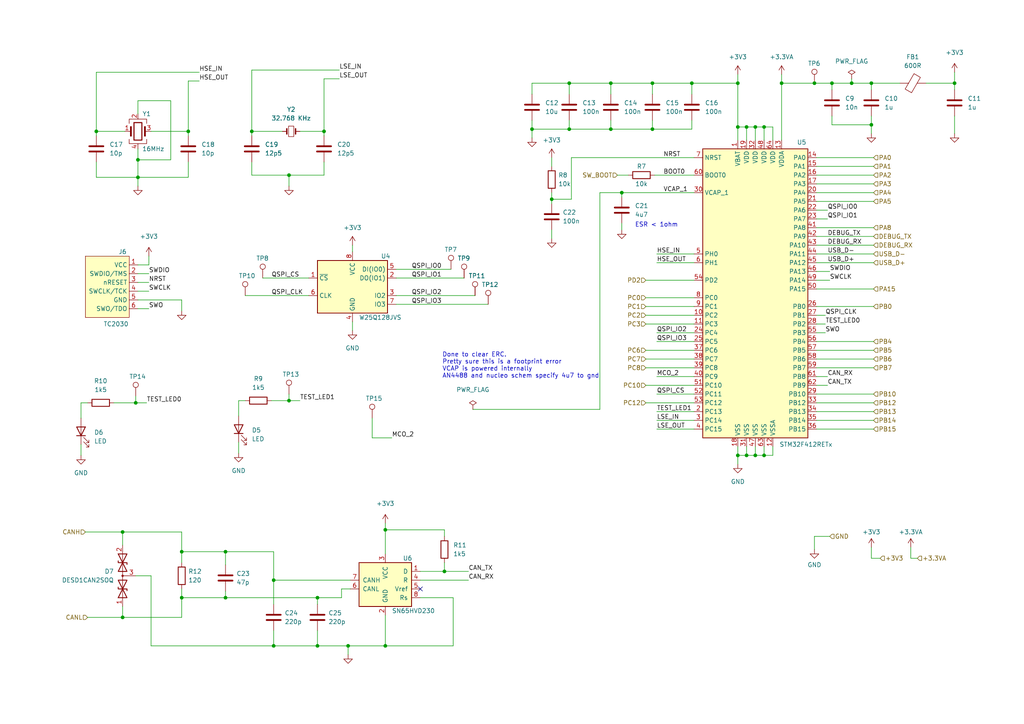
<source format=kicad_sch>
(kicad_sch (version 20211123) (generator eeschema)
  (paper "A4")
  (lib_symbols
    (symbol "Connector:TestPoint" (pin_numbers hide) (pin_names (offset 0.762) hide)
      (property "Reference" "TP" (at 0 6.858 0))
      (property "Value" "TestPoint" (at 0 5.08 0))
      (symbol "TestPoint_0_1"
        (circle (center 0 3.302) (radius 0.762))
      )
      (symbol "TestPoint_1_1"
        (pin passive line (at 0 0 90) (length 2.54) (name "1") (number "1"))
      )
    )
    (symbol "Device:C" (pin_numbers hide) (pin_names (offset 0.254))
      (property "Reference" "C" (at 0.635 2.54 0))
      (property "Value" "C" (at 0.635 -2.54 0))
      (symbol "C_0_1"
        (polyline (pts (xy -2.032 -0.762) (xy 2.032 -0.762)) (stroke (width 0.508)))
        (polyline (pts (xy -2.032 0.762) (xy 2.032 0.762)) (stroke (width 0.508)))
      )
      (symbol "C_1_1"
        (pin passive line (at 0 3.81 270) (length 2.794) (name "~") (number "1"))
        (pin passive line (at 0 -3.81 90) (length 2.794) (name "~") (number "2"))
      )
    )
    (symbol "Device:Crystal_GND24" (pin_names (offset 1.016) hide)
      (property "Reference" "Y" (at 3.175 5.08 0))
      (property "Value" "Crystal_GND24" (at 3.175 3.175 0))
      (symbol "Crystal_GND24_0_1"
        (rectangle (start -1.143 2.54) (end 1.143 -2.54) (stroke (width 0.3048)))
        (polyline (pts (xy -2.54 0) (xy -2.032 0)))
        (polyline (pts (xy -2.032 -1.27) (xy -2.032 1.27)) (stroke (width 0.508)))
        (polyline (pts (xy 0 -3.81) (xy 0 -3.556)))
        (polyline (pts (xy 0 3.556) (xy 0 3.81)))
        (polyline (pts (xy 2.032 -1.27) (xy 2.032 1.27)) (stroke (width 0.508)))
        (polyline (pts (xy 2.032 0) (xy 2.54 0)))
        (polyline (pts (xy -2.54 -2.286) (xy -2.54 -3.556) (xy 2.54 -3.556) (xy 2.54 -2.286)))
        (polyline (pts (xy -2.54 2.286) (xy -2.54 3.556) (xy 2.54 3.556) (xy 2.54 2.286)))
      )
      (symbol "Crystal_GND24_1_1"
        (pin passive line (at -3.81 0 0) (length 1.27) (name "1") (number "1"))
        (pin passive line (at 0 5.08 270) (length 1.27) (name "2") (number "2"))
        (pin passive line (at 3.81 0 180) (length 1.27) (name "3") (number "3"))
        (pin passive line (at 0 -5.08 90) (length 1.27) (name "4") (number "4"))
      )
    )
    (symbol "Device:Crystal_Small" (pin_numbers hide) (pin_names (offset 1.016) hide)
      (property "Reference" "Y" (at 0 2.54 0))
      (property "Value" "Crystal_Small" (at 0 -2.54 0))
      (symbol "Crystal_Small_0_1"
        (rectangle (start -0.762 -1.524) (end 0.762 1.524))
        (polyline (pts (xy -1.27 -0.762) (xy -1.27 0.762)) (stroke (width 0.381)))
        (polyline (pts (xy 1.27 -0.762) (xy 1.27 0.762)) (stroke (width 0.381)))
      )
      (symbol "Crystal_Small_1_1"
        (pin passive line (at -2.54 0 0) (length 1.27) (name "1") (number "1"))
        (pin passive line (at 2.54 0 180) (length 1.27) (name "2") (number "2"))
      )
    )
    (symbol "Device:D_TVS_Dual_AAC" (pin_names (offset 1.016) hide)
      (property "Reference" "D" (at 0 4.445 0))
      (property "Value" "D_TVS_Dual_AAC" (at 0 2.54 0))
      (symbol "D_TVS_Dual_AAC_0_0"
        (polyline (pts (xy 0 -1.27) (xy 0 0)))
      )
      (symbol "D_TVS_Dual_AAC_0_1"
        (polyline (pts (xy -6.35 0) (xy 6.35 0)))
        (polyline (pts (xy -3.302 1.27) (xy -3.81 1.27) (xy -3.81 -1.27) (xy -4.318 -1.27)) (stroke (width 0.254)))
        (polyline (pts (xy 4.318 1.27) (xy 3.81 1.27) (xy 3.81 -1.27) (xy 3.302 -1.27)) (stroke (width 0.254)))
        (polyline (pts (xy -6.35 1.27) (xy -1.27 -1.27) (xy -1.27 1.27) (xy -6.35 -1.27) (xy -6.35 1.27)) (stroke (width 0.254)))
        (polyline (pts (xy 6.35 1.27) (xy 1.27 -1.27) (xy 1.27 1.27) (xy 6.35 -1.27) (xy 6.35 1.27)) (stroke (width 0.254)))
        (circle (center 0 0) (radius 0.254) (fill (type outline)))
      )
      (symbol "D_TVS_Dual_AAC_1_1"
        (pin passive line (at -8.89 0 0) (length 2.54) (name "A1") (number "1"))
        (pin passive line (at 8.89 0 180) (length 2.54) (name "A2") (number "2"))
        (pin input line (at 0 -3.81 90) (length 2.54) (name "common") (number "3"))
      )
    )
    (symbol "Device:FerriteBead" (pin_numbers hide) (pin_names (offset 0))
      (property "Reference" "FB" (at -3.81 0.635 90))
      (property "Value" "FerriteBead" (at 3.81 0 90))
      (symbol "FerriteBead_0_1"
        (polyline (pts (xy 0 -1.27) (xy 0 -1.2192)))
        (polyline (pts (xy 0 1.27) (xy 0 1.2954)))
        (polyline (pts (xy -2.7686 0.4064) (xy -1.7018 2.2606) (xy 2.7686 -0.3048) (xy 1.6764 -2.159) (xy -2.7686 0.4064)))
      )
      (symbol "FerriteBead_1_1"
        (pin passive line (at 0 3.81 270) (length 2.54) (name "~") (number "1"))
        (pin passive line (at 0 -3.81 90) (length 2.54) (name "~") (number "2"))
      )
    )
    (symbol "Device:LED" (pin_numbers hide) (pin_names (offset 1.016) hide)
      (property "Reference" "D" (at 0 2.54 0))
      (property "Value" "LED" (at 0 -2.54 0))
      (symbol "LED_0_1"
        (polyline (pts (xy -1.27 -1.27) (xy -1.27 1.27)) (stroke (width 0.254)))
        (polyline (pts (xy -1.27 0) (xy 1.27 0)))
        (polyline (pts (xy 1.27 -1.27) (xy 1.27 1.27) (xy -1.27 0) (xy 1.27 -1.27)) (stroke (width 0.254)))
        (polyline (pts (xy -3.048 -0.762) (xy -4.572 -2.286) (xy -3.81 -2.286) (xy -4.572 -2.286) (xy -4.572 -1.524)))
        (polyline (pts (xy -1.778 -0.762) (xy -3.302 -2.286) (xy -2.54 -2.286) (xy -3.302 -2.286) (xy -3.302 -1.524)))
      )
      (symbol "LED_1_1"
        (pin passive line (at -3.81 0 0) (length 2.54) (name "K") (number "1"))
        (pin passive line (at 3.81 0 180) (length 2.54) (name "A") (number "2"))
      )
    )
    (symbol "Device:R" (pin_numbers hide) (pin_names (offset 0))
      (property "Reference" "R" (at 2.032 0 90))
      (property "Value" "R" (at 0 0 90))
      (symbol "R_0_1"
        (rectangle (start -1.016 -2.54) (end 1.016 2.54) (stroke (width 0.254)))
      )
      (symbol "R_1_1"
        (pin passive line (at 0 3.81 270) (length 1.27) (name "~") (number "1"))
        (pin passive line (at 0 -3.81 90) (length 1.27) (name "~") (number "2"))
      )
    )
    (symbol "Interface_CAN_LIN:SN65HVD230" (pin_names (offset 1.016))
      (property "Reference" "U" (at -2.54 10.16 0))
      (property "Value" "SN65HVD230" (at -2.54 7.62 0))
      (symbol "SN65HVD230_0_1"
        (rectangle (start -7.62 5.08) (end 7.62 -7.62) (stroke (width 0.254)) (fill (type background)))
      )
      (symbol "SN65HVD230_1_1"
        (pin input line (at -10.16 2.54 0) (length 2.54) (name "D") (number "1"))
        (pin power_in line (at 0 -10.16 90) (length 2.54) (name "GND") (number "2"))
        (pin power_in line (at 0 7.62 270) (length 2.54) (name "VCC") (number "3"))
        (pin output line (at -10.16 0 0) (length 2.54) (name "R") (number "4"))
        (pin output line (at -10.16 -2.54 0) (length 2.54) (name "Vref") (number "5"))
        (pin bidirectional line (at 10.16 -2.54 180) (length 2.54) (name "CANL") (number "6"))
        (pin bidirectional line (at 10.16 0 180) (length 2.54) (name "CANH") (number "7"))
        (pin input line (at -10.16 -5.08 0) (length 2.54) (name "Rs") (number "8"))
      )
    )
    (symbol "MCU_ST_STM32F4:STM32F412RETx"
      (property "Reference" "U" (at -15.24 41.91 0))
      (property "Value" "STM32F412RETx" (at 10.16 41.91 0))
      (symbol "STM32F412RETx_0_1"
        (rectangle (start -15.24 -43.18) (end 15.24 40.64) (stroke (width 0.254)) (fill (type background)))
      )
      (symbol "STM32F412RETx_1_1"
        (pin power_in line (at -5.08 43.18 270) (length 2.54) (name "VBAT") (number "1"))
        (pin bidirectional line (at -17.78 -7.62 0) (length 2.54) (name "PC2") (number "10"))
        (pin bidirectional line (at -17.78 -10.16 0) (length 2.54) (name "PC3") (number "11"))
        (pin power_in line (at 5.08 -45.72 90) (length 2.54) (name "VSSA") (number "12"))
        (pin power_in line (at 7.62 43.18 270) (length 2.54) (name "VDDA") (number "13"))
        (pin bidirectional line (at 17.78 38.1 180) (length 2.54) (name "PA0") (number "14"))
        (pin bidirectional line (at 17.78 35.56 180) (length 2.54) (name "PA1") (number "15"))
        (pin bidirectional line (at 17.78 33.02 180) (length 2.54) (name "PA2") (number "16"))
        (pin bidirectional line (at 17.78 30.48 180) (length 2.54) (name "PA3") (number "17"))
        (pin power_in line (at -5.08 -45.72 90) (length 2.54) (name "VSS") (number "18"))
        (pin power_in line (at -2.54 43.18 270) (length 2.54) (name "VDD") (number "19"))
        (pin bidirectional line (at -17.78 -35.56 0) (length 2.54) (name "PC13") (number "2"))
        (pin bidirectional line (at 17.78 27.94 180) (length 2.54) (name "PA4") (number "20"))
        (pin bidirectional line (at 17.78 25.4 180) (length 2.54) (name "PA5") (number "21"))
        (pin bidirectional line (at 17.78 22.86 180) (length 2.54) (name "PA6") (number "22"))
        (pin bidirectional line (at 17.78 20.32 180) (length 2.54) (name "PA7") (number "23"))
        (pin bidirectional line (at -17.78 -12.7 0) (length 2.54) (name "PC4") (number "24"))
        (pin bidirectional line (at -17.78 -15.24 0) (length 2.54) (name "PC5") (number "25"))
        (pin bidirectional line (at 17.78 -5.08 180) (length 2.54) (name "PB0") (number "26"))
        (pin bidirectional line (at 17.78 -7.62 180) (length 2.54) (name "PB1") (number "27"))
        (pin bidirectional line (at 17.78 -10.16 180) (length 2.54) (name "PB2") (number "28"))
        (pin bidirectional line (at 17.78 -30.48 180) (length 2.54) (name "PB10") (number "29"))
        (pin bidirectional line (at -17.78 -38.1 0) (length 2.54) (name "PC14") (number "3"))
        (pin power_in line (at -17.78 27.94 0) (length 2.54) (name "VCAP_1") (number "30"))
        (pin power_in line (at -2.54 -45.72 90) (length 2.54) (name "VSS") (number "31"))
        (pin power_in line (at 0 43.18 270) (length 2.54) (name "VDD") (number "32"))
        (pin bidirectional line (at 17.78 -33.02 180) (length 2.54) (name "PB12") (number "33"))
        (pin bidirectional line (at 17.78 -35.56 180) (length 2.54) (name "PB13") (number "34"))
        (pin bidirectional line (at 17.78 -38.1 180) (length 2.54) (name "PB14") (number "35"))
        (pin bidirectional line (at 17.78 -40.64 180) (length 2.54) (name "PB15") (number "36"))
        (pin bidirectional line (at -17.78 -17.78 0) (length 2.54) (name "PC6") (number "37"))
        (pin bidirectional line (at -17.78 -20.32 0) (length 2.54) (name "PC7") (number "38"))
        (pin bidirectional line (at -17.78 -22.86 0) (length 2.54) (name "PC8") (number "39"))
        (pin bidirectional line (at -17.78 -40.64 0) (length 2.54) (name "PC15") (number "4"))
        (pin bidirectional line (at -17.78 -25.4 0) (length 2.54) (name "PC9") (number "40"))
        (pin bidirectional line (at 17.78 17.78 180) (length 2.54) (name "PA8") (number "41"))
        (pin bidirectional line (at 17.78 15.24 180) (length 2.54) (name "PA9") (number "42"))
        (pin bidirectional line (at 17.78 12.7 180) (length 2.54) (name "PA10") (number "43"))
        (pin bidirectional line (at 17.78 10.16 180) (length 2.54) (name "PA11") (number "44"))
        (pin bidirectional line (at 17.78 7.62 180) (length 2.54) (name "PA12") (number "45"))
        (pin bidirectional line (at 17.78 5.08 180) (length 2.54) (name "PA13") (number "46"))
        (pin power_in line (at 0 -45.72 90) (length 2.54) (name "VSS") (number "47"))
        (pin power_in line (at 2.54 43.18 270) (length 2.54) (name "VDD") (number "48"))
        (pin bidirectional line (at 17.78 2.54 180) (length 2.54) (name "PA14") (number "49"))
        (pin input line (at -17.78 10.16 0) (length 2.54) (name "PH0") (number "5"))
        (pin bidirectional line (at 17.78 0 180) (length 2.54) (name "PA15") (number "50"))
        (pin bidirectional line (at -17.78 -27.94 0) (length 2.54) (name "PC10") (number "51"))
        (pin bidirectional line (at -17.78 -30.48 0) (length 2.54) (name "PC11") (number "52"))
        (pin bidirectional line (at -17.78 -33.02 0) (length 2.54) (name "PC12") (number "53"))
        (pin bidirectional line (at -17.78 2.54 0) (length 2.54) (name "PD2") (number "54"))
        (pin bidirectional line (at 17.78 -12.7 180) (length 2.54) (name "PB3") (number "55"))
        (pin bidirectional line (at 17.78 -15.24 180) (length 2.54) (name "PB4") (number "56"))
        (pin bidirectional line (at 17.78 -17.78 180) (length 2.54) (name "PB5") (number "57"))
        (pin bidirectional line (at 17.78 -20.32 180) (length 2.54) (name "PB6") (number "58"))
        (pin bidirectional line (at 17.78 -22.86 180) (length 2.54) (name "PB7") (number "59"))
        (pin input line (at -17.78 7.62 0) (length 2.54) (name "PH1") (number "6"))
        (pin input line (at -17.78 33.02 0) (length 2.54) (name "BOOT0") (number "60"))
        (pin bidirectional line (at 17.78 -25.4 180) (length 2.54) (name "PB8") (number "61"))
        (pin bidirectional line (at 17.78 -27.94 180) (length 2.54) (name "PB9") (number "62"))
        (pin power_in line (at 2.54 -45.72 90) (length 2.54) (name "VSS") (number "63"))
        (pin power_in line (at 5.08 43.18 270) (length 2.54) (name "VDD") (number "64"))
        (pin input line (at -17.78 38.1 0) (length 2.54) (name "NRST") (number "7"))
        (pin bidirectional line (at -17.78 -2.54 0) (length 2.54) (name "PC0") (number "8"))
        (pin bidirectional line (at -17.78 -5.08 0) (length 2.54) (name "PC1") (number "9"))
      )
    )
    (symbol "Memory_Flash:W25Q128JVS"
      (property "Reference" "U" (at -8.89 8.89 0))
      (property "Value" "W25Q128JVS" (at 7.62 8.89 0))
      (symbol "W25Q128JVS_0_1"
        (rectangle (start -10.16 7.62) (end 10.16 -7.62) (stroke (width 0.254)) (fill (type background)))
      )
      (symbol "W25Q128JVS_1_1"
        (pin input line (at -12.7 2.54 0) (length 2.54) (name "~{CS}") (number "1"))
        (pin bidirectional line (at 12.7 2.54 180) (length 2.54) (name "DO(IO1)") (number "2"))
        (pin bidirectional line (at 12.7 -2.54 180) (length 2.54) (name "IO2") (number "3"))
        (pin power_in line (at 0 -10.16 90) (length 2.54) (name "GND") (number "4"))
        (pin bidirectional line (at 12.7 5.08 180) (length 2.54) (name "DI(IO0)") (number "5"))
        (pin input line (at -12.7 -2.54 0) (length 2.54) (name "CLK") (number "6"))
        (pin bidirectional line (at 12.7 -5.08 180) (length 2.54) (name "IO3") (number "7"))
        (pin power_in line (at 0 10.16 270) (length 2.54) (name "VCC") (number "8"))
      )
    )
    (symbol "midi-library:TC2030"
      (property "Reference" "J" (at 5.08 -1.27 0))
      (property "Value" "TC2030" (at 3.81 -21.59 0))
      (symbol "TC2030_0_1"
        (rectangle (start -5.08 -2.54) (end 7.62 -20.32) (fill (type background)))
      )
      (symbol "TC2030_1_1"
        (pin power_in line (at -7.62 -5.08 0) (length 2.54) (name "VCC") (number "1"))
        (pin passive line (at -7.62 -7.62 0) (length 2.54) (name "SWDIO/TMS") (number "2"))
        (pin passive line (at -7.62 -10.16 0) (length 2.54) (name "nRESET") (number "3"))
        (pin passive line (at -7.62 -12.7 0) (length 2.54) (name "SWCLK/TCK") (number "4"))
        (pin passive line (at -7.62 -15.24 0) (length 2.54) (name "GND") (number "5"))
        (pin passive line (at -7.62 -17.78 0) (length 2.54) (name "SWO/TDO") (number "6"))
      )
    )
    (symbol "power:+3.3VA" (power) (pin_names (offset 0))
      (property "Value" "+3.3VA" (at 0 3.556 0))
      (symbol "+3.3VA_0_1"
        (polyline (pts (xy -0.762 1.27) (xy 0 2.54)))
        (polyline (pts (xy 0 0) (xy 0 2.54)))
        (polyline (pts (xy 0 2.54) (xy 0.762 1.27)))
      )
      (symbol "+3.3VA_1_1"
        (pin power_in line (at 0 0 90) (length 0) hide (name "+3.3VA") (number "1"))
      )
    )
    (symbol "power:+3V3" (power) (pin_names (offset 0))
      (property "Value" "+3V3" (at 0 3.556 0))
      (symbol "+3V3_0_1"
        (polyline (pts (xy -0.762 1.27) (xy 0 2.54)))
        (polyline (pts (xy 0 0) (xy 0 2.54)))
        (polyline (pts (xy 0 2.54) (xy 0.762 1.27)))
      )
      (symbol "+3V3_1_1"
        (pin power_in line (at 0 0 90) (length 0) hide (name "+3V3") (number "1"))
      )
    )
    (symbol "power:GND" (power) (pin_names (offset 0))
      (property "Value" "GND" (at 0 -3.81 0))
      (symbol "GND_0_1"
        (polyline (pts (xy 0 0) (xy 0 -1.27) (xy 1.27 -1.27) (xy 0 -2.54) (xy -1.27 -1.27) (xy 0 -1.27)))
      )
      (symbol "GND_1_1"
        (pin power_in line (at 0 0 270) (length 0) hide (name "GND") (number "1"))
      )
    )
    (symbol "power:PWR_FLAG" (power) (pin_numbers hide) (pin_names (offset 0) hide)
      (property "Value" "PWR_FLAG" (at 0 3.81 0))
      (symbol "PWR_FLAG_0_0"
        (pin power_out line (at 0 0 90) (length 0) (name "pwr") (number "1"))
      )
      (symbol "PWR_FLAG_0_1"
        (polyline (pts (xy 0 0) (xy 0 1.27) (xy -1.016 1.905) (xy 0 2.54) (xy 1.016 1.905) (xy 0 1.27)))
      )
    )
  )
  (junction (at 52.705 173.355))
  (junction (at 189.23 24.13))
  (junction (at 219.075 132.08))
  (junction (at 40.005 51.435))
  (junction (at 54.61 38.1))
  (junction (at 128.905 165.735))
  (junction (at 165.1 24.13))
  (junction (at 27.94 38.1))
  (junction (at 252.73 36.195))
  (junction (at 221.615 36.83))
  (junction (at 35.56 154.305))
  (junction (at 252.73 24.13))
  (junction (at 276.86 24.13))
  (junction (at 83.82 116.205))
  (junction (at 160.02 57.785))
  (junction (at 154.305 37.465))
  (junction (at 213.995 36.83))
  (junction (at 79.375 168.275))
  (junction (at 180.34 55.88))
  (junction (at 83.82 50.8))
  (junction (at 177.165 37.465))
  (junction (at 35.56 179.07))
  (junction (at 236.22 24.13))
  (junction (at 216.535 132.08))
  (junction (at 226.695 24.13))
  (junction (at 65.405 160.02))
  (junction (at 200.66 24.13))
  (junction (at 92.075 187.325))
  (junction (at 216.535 36.83))
  (junction (at 189.23 37.465))
  (junction (at 100.965 187.325))
  (junction (at 165.1 37.465))
  (junction (at 73.025 38.1))
  (junction (at 221.615 132.08))
  (junction (at 39.37 116.84))
  (junction (at 40.005 46.355))
  (junction (at 92.075 173.355))
  (junction (at 219.075 36.83))
  (junction (at 52.705 160.02))
  (junction (at 247.015 24.13))
  (junction (at 241.3 24.13))
  (junction (at 79.375 187.325))
  (junction (at 111.76 187.325))
  (junction (at 213.995 24.13))
  (junction (at 213.995 132.08))
  (junction (at 111.76 153.67))
  (junction (at 65.405 173.355))
  (junction (at 177.165 24.13))
  (junction (at 93.98 38.1))
  (no_connect (at 121.92 170.815))
  (wire (pts (xy 121.92 173.355) (xy 131.445 173.355)))
  (wire (pts (xy 187.325 104.14) (xy 201.295 104.14)))
  (wire (pts (xy 52.705 90.17) (xy 52.705 86.995)))
  (wire (pts (xy 173.99 55.88) (xy 180.34 55.88)))
  (wire (pts (xy 177.165 34.925) (xy 177.165 37.465)))
  (wire (pts (xy 221.615 36.83) (xy 219.075 36.83)))
  (wire (pts (xy 40.005 89.535) (xy 43.18 89.535)))
  (wire (pts (xy 69.215 128.27) (xy 69.215 131.445)))
  (wire (pts (xy 52.705 179.07) (xy 35.56 179.07)))
  (wire (pts (xy 40.005 79.375) (xy 43.18 79.375)))
  (wire (pts (xy 236.855 119.38) (xy 253.365 119.38)))
  (wire (pts (xy 177.165 37.465) (xy 165.1 37.465)))
  (wire (pts (xy 236.855 76.2) (xy 253.365 76.2)))
  (wire (pts (xy 255.27 161.925) (xy 252.73 161.925)))
  (wire (pts (xy 200.66 37.465) (xy 189.23 37.465)))
  (wire (pts (xy 224.155 132.08) (xy 224.155 129.54)))
  (wire (pts (xy 101.6 168.275) (xy 79.375 168.275)))
  (wire (pts (xy 219.075 129.54) (xy 219.075 132.08)))
  (wire (pts (xy 247.015 24.13) (xy 252.73 24.13)))
  (wire (pts (xy 111.76 153.67) (xy 128.905 153.67)))
  (wire (pts (xy 180.34 55.88) (xy 201.295 55.88)))
  (wire (pts (xy 190.5 124.46) (xy 201.295 124.46)))
  (wire (pts (xy 39.37 116.84) (xy 39.37 114.935)))
  (wire (pts (xy 154.305 37.465) (xy 154.305 40.005)))
  (wire (pts (xy 226.695 40.64) (xy 226.695 24.13)))
  (wire (pts (xy 100.965 187.325) (xy 100.965 189.865)))
  (wire (pts (xy 107.95 121.285) (xy 107.95 127)))
  (wire (pts (xy 69.215 116.205) (xy 71.12 116.205)))
  (wire (pts (xy 189.23 34.925) (xy 189.23 37.465)))
  (wire (pts (xy 78.74 116.205) (xy 83.82 116.205)))
  (wire (pts (xy 189.865 50.8) (xy 201.295 50.8)))
  (wire (pts (xy 236.22 159.385) (xy 236.22 155.575)))
  (wire (pts (xy 252.73 36.195) (xy 252.73 33.655)))
  (wire (pts (xy 160.02 55.88) (xy 160.02 57.785)))
  (wire (pts (xy 187.325 88.9) (xy 201.295 88.9)))
  (wire (pts (xy 114.935 88.265) (xy 141.605 88.265)))
  (wire (pts (xy 100.965 187.325) (xy 111.76 187.325)))
  (wire (pts (xy 200.66 34.925) (xy 200.66 37.465)))
  (wire (pts (xy 236.855 121.92) (xy 253.365 121.92)))
  (wire (pts (xy 52.705 173.355) (xy 52.705 170.815)))
  (wire (pts (xy 111.76 151.765) (xy 111.76 153.67)))
  (wire (pts (xy 187.325 106.68) (xy 201.295 106.68)))
  (wire (pts (xy 173.99 55.88) (xy 173.99 118.745)))
  (wire (pts (xy 213.995 129.54) (xy 213.995 132.08)))
  (wire (pts (xy 57.785 23.495) (xy 54.61 23.495)))
  (wire (pts (xy 43.18 74.295) (xy 43.18 76.835)))
  (wire (pts (xy 236.855 106.68) (xy 253.365 106.68)))
  (wire (pts (xy 221.615 132.08) (xy 224.155 132.08)))
  (wire (pts (xy 39.37 116.84) (xy 42.545 116.84)))
  (wire (pts (xy 200.66 24.13) (xy 189.23 24.13)))
  (wire (pts (xy 189.23 37.465) (xy 177.165 37.465)))
  (wire (pts (xy 187.325 93.98) (xy 201.295 93.98)))
  (wire (pts (xy 241.3 33.655) (xy 241.3 36.195)))
  (wire (pts (xy 236.855 81.28) (xy 240.665 81.28)))
  (wire (pts (xy 128.905 155.575) (xy 128.905 153.67)))
  (wire (pts (xy 52.705 154.305) (xy 52.705 160.02)))
  (wire (pts (xy 236.855 63.5) (xy 240.03 63.5)))
  (wire (pts (xy 276.86 33.655) (xy 276.86 38.735)))
  (wire (pts (xy 236.855 78.74) (xy 240.665 78.74)))
  (wire (pts (xy 111.76 187.325) (xy 111.76 178.435)))
  (wire (pts (xy 52.705 160.02) (xy 52.705 163.195)))
  (wire (pts (xy 24.765 154.305) (xy 35.56 154.305)))
  (wire (pts (xy 213.995 24.13) (xy 200.66 24.13)))
  (wire (pts (xy 65.405 173.355) (xy 65.405 171.45)))
  (wire (pts (xy 236.855 116.84) (xy 253.365 116.84)))
  (wire (pts (xy 93.98 38.1) (xy 93.98 39.37)))
  (wire (pts (xy 160.02 66.675) (xy 160.02 69.215)))
  (wire (pts (xy 236.855 104.14) (xy 253.365 104.14)))
  (wire (pts (xy 213.995 21.59) (xy 213.995 24.13)))
  (wire (pts (xy 264.16 161.925) (xy 266.065 161.925)))
  (wire (pts (xy 92.075 182.88) (xy 92.075 187.325)))
  (wire (pts (xy 40.005 81.915) (xy 43.18 81.915)))
  (wire (pts (xy 54.61 51.435) (xy 54.61 46.99)))
  (wire (pts (xy 165.735 45.72) (xy 165.735 57.785)))
  (wire (pts (xy 73.025 39.37) (xy 73.025 38.1)))
  (wire (pts (xy 52.705 173.355) (xy 52.705 179.07)))
  (wire (pts (xy 213.995 132.08) (xy 216.535 132.08)))
  (wire (pts (xy 99.06 170.815) (xy 99.06 173.355)))
  (wire (pts (xy 179.07 50.8) (xy 182.245 50.8)))
  (wire (pts (xy 216.535 132.08) (xy 219.075 132.08)))
  (wire (pts (xy 236.855 109.22) (xy 240.03 109.22)))
  (wire (pts (xy 252.73 161.925) (xy 252.73 158.75)))
  (wire (pts (xy 27.94 38.1) (xy 27.94 39.37)))
  (wire (pts (xy 111.76 153.67) (xy 111.76 160.655)))
  (wire (pts (xy 236.855 66.04) (xy 253.365 66.04)))
  (wire (pts (xy 23.495 128.905) (xy 23.495 132.08)))
  (wire (pts (xy 128.905 163.195) (xy 128.905 165.735)))
  (wire (pts (xy 52.705 86.995) (xy 40.005 86.995)))
  (wire (pts (xy 236.855 71.12) (xy 253.365 71.12)))
  (wire (pts (xy 114.935 80.645) (xy 134.62 80.645)))
  (wire (pts (xy 216.535 40.64) (xy 216.535 36.83)))
  (wire (pts (xy 190.5 73.66) (xy 201.295 73.66)))
  (wire (pts (xy 241.3 24.13) (xy 241.3 26.035)))
  (wire (pts (xy 276.86 20.955) (xy 276.86 24.13)))
  (wire (pts (xy 27.94 51.435) (xy 40.005 51.435)))
  (wire (pts (xy 241.3 24.13) (xy 247.015 24.13)))
  (wire (pts (xy 83.82 53.975) (xy 83.82 50.8)))
  (wire (pts (xy 236.855 50.8) (xy 253.365 50.8)))
  (wire (pts (xy 236.855 124.46) (xy 253.365 124.46)))
  (wire (pts (xy 92.075 173.355) (xy 65.405 173.355)))
  (wire (pts (xy 23.495 116.84) (xy 25.4 116.84)))
  (wire (pts (xy 40.005 33.02) (xy 40.005 29.21)))
  (wire (pts (xy 73.025 50.8) (xy 83.82 50.8)))
  (wire (pts (xy 190.5 76.2) (xy 201.295 76.2)))
  (wire (pts (xy 25.4 179.07) (xy 35.56 179.07)))
  (wire (pts (xy 65.405 160.02) (xy 65.405 163.83)))
  (wire (pts (xy 236.855 60.96) (xy 240.03 60.96)))
  (wire (pts (xy 71.12 85.725) (xy 89.535 85.725)))
  (wire (pts (xy 224.155 36.83) (xy 221.615 36.83)))
  (wire (pts (xy 23.495 121.285) (xy 23.495 116.84)))
  (wire (pts (xy 187.325 116.84) (xy 201.295 116.84)))
  (wire (pts (xy 180.34 64.77) (xy 180.34 66.675)))
  (wire (pts (xy 236.855 83.82) (xy 253.365 83.82)))
  (wire (pts (xy 86.995 38.1) (xy 93.98 38.1)))
  (wire (pts (xy 219.075 40.64) (xy 219.075 36.83)))
  (wire (pts (xy 36.195 38.1) (xy 27.94 38.1)))
  (wire (pts (xy 101.6 170.815) (xy 99.06 170.815)))
  (wire (pts (xy 43.18 76.835) (xy 40.005 76.835)))
  (wire (pts (xy 216.535 129.54) (xy 216.535 132.08)))
  (wire (pts (xy 252.73 24.13) (xy 252.73 26.035)))
  (wire (pts (xy 165.735 45.72) (xy 201.295 45.72)))
  (wire (pts (xy 40.005 46.355) (xy 40.005 43.18)))
  (wire (pts (xy 165.1 24.13) (xy 165.1 27.305)))
  (wire (pts (xy 154.305 37.465) (xy 154.305 34.925)))
  (wire (pts (xy 236.855 53.34) (xy 253.365 53.34)))
  (wire (pts (xy 73.025 38.1) (xy 81.915 38.1)))
  (wire (pts (xy 76.2 80.645) (xy 89.535 80.645)))
  (wire (pts (xy 165.1 24.13) (xy 154.305 24.13)))
  (wire (pts (xy 93.98 22.86) (xy 98.425 22.86)))
  (wire (pts (xy 241.3 36.195) (xy 252.73 36.195)))
  (wire (pts (xy 73.025 38.1) (xy 73.025 20.32)))
  (wire (pts (xy 92.075 173.355) (xy 99.06 173.355)))
  (wire (pts (xy 154.305 24.13) (xy 154.305 27.305)))
  (wire (pts (xy 131.445 173.355) (xy 131.445 187.325)))
  (wire (pts (xy 40.005 51.435) (xy 40.005 53.975)))
  (wire (pts (xy 221.615 40.64) (xy 221.615 36.83)))
  (wire (pts (xy 92.075 187.325) (xy 100.965 187.325)))
  (wire (pts (xy 268.605 24.13) (xy 276.86 24.13)))
  (wire (pts (xy 236.855 45.72) (xy 253.365 45.72)))
  (wire (pts (xy 190.5 99.06) (xy 201.295 99.06)))
  (wire (pts (xy 226.695 24.13) (xy 236.22 24.13)))
  (wire (pts (xy 79.375 160.02) (xy 65.405 160.02)))
  (wire (pts (xy 93.98 50.8) (xy 93.98 46.99)))
  (wire (pts (xy 33.02 116.84) (xy 39.37 116.84)))
  (wire (pts (xy 102.235 93.345) (xy 102.235 95.885)))
  (wire (pts (xy 49.53 29.21) (xy 49.53 46.355)))
  (wire (pts (xy 43.815 187.325) (xy 79.375 187.325)))
  (wire (pts (xy 187.325 111.76) (xy 201.295 111.76)))
  (wire (pts (xy 79.375 168.275) (xy 79.375 175.26)))
  (wire (pts (xy 131.445 187.325) (xy 111.76 187.325)))
  (wire (pts (xy 79.375 182.88) (xy 79.375 187.325)))
  (wire (pts (xy 40.005 46.355) (xy 40.005 51.435)))
  (wire (pts (xy 40.005 84.455) (xy 43.18 84.455)))
  (wire (pts (xy 83.82 116.205) (xy 86.995 116.205)))
  (wire (pts (xy 43.815 167.005) (xy 43.815 187.325)))
  (wire (pts (xy 236.855 73.66) (xy 253.365 73.66)))
  (wire (pts (xy 187.325 101.6) (xy 201.295 101.6)))
  (wire (pts (xy 165.735 57.785) (xy 160.02 57.785)))
  (wire (pts (xy 187.325 91.44) (xy 201.295 91.44)))
  (wire (pts (xy 190.5 109.22) (xy 201.295 109.22)))
  (wire (pts (xy 54.61 38.1) (xy 43.815 38.1)))
  (wire (pts (xy 236.855 111.76) (xy 240.03 111.76)))
  (wire (pts (xy 236.855 114.3) (xy 253.365 114.3)))
  (wire (pts (xy 236.855 88.9) (xy 253.365 88.9)))
  (wire (pts (xy 190.5 119.38) (xy 201.295 119.38)))
  (wire (pts (xy 54.61 23.495) (xy 54.61 38.1)))
  (wire (pts (xy 180.34 57.15) (xy 180.34 55.88)))
  (wire (pts (xy 213.995 40.64) (xy 213.995 36.83)))
  (wire (pts (xy 264.16 158.75) (xy 264.16 161.925)))
  (wire (pts (xy 79.375 187.325) (xy 92.075 187.325)))
  (wire (pts (xy 128.905 165.735) (xy 135.89 165.735)))
  (wire (pts (xy 177.165 24.13) (xy 177.165 27.305)))
  (wire (pts (xy 121.92 168.275) (xy 135.89 168.275)))
  (wire (pts (xy 65.405 173.355) (xy 52.705 173.355)))
  (wire (pts (xy 236.855 68.58) (xy 253.365 68.58)))
  (wire (pts (xy 221.615 129.54) (xy 221.615 132.08)))
  (wire (pts (xy 219.075 132.08) (xy 221.615 132.08)))
  (wire (pts (xy 236.855 101.6) (xy 253.365 101.6)))
  (wire (pts (xy 236.855 99.06) (xy 253.365 99.06)))
  (wire (pts (xy 160.02 57.785) (xy 160.02 59.055)))
  (wire (pts (xy 65.405 160.02) (xy 52.705 160.02)))
  (wire (pts (xy 40.005 29.21) (xy 49.53 29.21)))
  (wire (pts (xy 27.94 46.99) (xy 27.94 51.435)))
  (wire (pts (xy 236.855 55.88) (xy 253.365 55.88)))
  (wire (pts (xy 190.5 96.52) (xy 201.295 96.52)))
  (wire (pts (xy 187.325 86.36) (xy 201.295 86.36)))
  (wire (pts (xy 92.075 175.26) (xy 92.075 173.355)))
  (wire (pts (xy 226.695 21.59) (xy 226.695 24.13)))
  (wire (pts (xy 35.56 154.305) (xy 52.705 154.305)))
  (wire (pts (xy 73.025 20.32) (xy 98.425 20.32)))
  (wire (pts (xy 236.855 48.26) (xy 253.365 48.26)))
  (wire (pts (xy 190.5 121.92) (xy 201.295 121.92)))
  (wire (pts (xy 27.94 38.1) (xy 27.94 20.955)))
  (wire (pts (xy 160.02 45.72) (xy 160.02 48.26)))
  (wire (pts (xy 224.155 40.64) (xy 224.155 36.83)))
  (wire (pts (xy 35.56 179.07) (xy 35.56 175.895)))
  (wire (pts (xy 200.66 24.13) (xy 200.66 27.305)))
  (wire (pts (xy 49.53 46.355) (xy 40.005 46.355)))
  (wire (pts (xy 121.92 165.735) (xy 128.905 165.735)))
  (wire (pts (xy 40.005 51.435) (xy 54.61 51.435)))
  (wire (pts (xy 83.82 116.205) (xy 83.82 114.3)))
  (wire (pts (xy 93.98 38.1) (xy 93.98 22.86)))
  (wire (pts (xy 54.61 39.37) (xy 54.61 38.1)))
  (wire (pts (xy 252.73 36.195) (xy 252.73 38.735)))
  (wire (pts (xy 236.22 24.13) (xy 241.3 24.13)))
  (wire (pts (xy 177.165 24.13) (xy 165.1 24.13)))
  (wire (pts (xy 73.025 46.99) (xy 73.025 50.8)))
  (wire (pts (xy 114.935 78.105) (xy 130.81 78.105)))
  (wire (pts (xy 83.82 50.8) (xy 93.98 50.8)))
  (wire (pts (xy 276.86 24.13) (xy 276.86 26.035)))
  (wire (pts (xy 79.375 168.275) (xy 79.375 160.02)))
  (wire (pts (xy 236.855 58.42) (xy 253.365 58.42)))
  (wire (pts (xy 107.95 127) (xy 113.665 127)))
  (wire (pts (xy 213.995 132.08) (xy 213.995 134.62)))
  (wire (pts (xy 236.855 91.44) (xy 239.395 91.44)))
  (wire (pts (xy 69.215 120.65) (xy 69.215 116.205)))
  (wire (pts (xy 216.535 36.83) (xy 219.075 36.83)))
  (wire (pts (xy 213.995 36.83) (xy 213.995 24.13)))
  (wire (pts (xy 189.23 24.13) (xy 177.165 24.13)))
  (wire (pts (xy 114.935 85.725) (xy 137.795 85.725)))
  (wire (pts (xy 236.22 155.575) (xy 240.665 155.575)))
  (wire (pts (xy 102.235 71.12) (xy 102.235 73.025)))
  (wire (pts (xy 252.73 24.13) (xy 260.985 24.13)))
  (wire (pts (xy 247.015 22.86) (xy 247.015 24.13)))
  (wire (pts (xy 35.56 158.115) (xy 35.56 154.305)))
  (wire (pts (xy 165.1 37.465) (xy 154.305 37.465)))
  (wire (pts (xy 27.94 20.955) (xy 57.785 20.955)))
  (wire (pts (xy 236.855 96.52) (xy 239.395 96.52)))
  (wire (pts (xy 39.37 167.005) (xy 43.815 167.005)))
  (wire (pts (xy 187.325 81.28) (xy 201.295 81.28)))
  (wire (pts (xy 236.855 93.98) (xy 239.395 93.98)))
  (wire (pts (xy 173.99 118.745) (xy 137.16 118.745)))
  (wire (pts (xy 213.995 36.83) (xy 216.535 36.83)))
  (wire (pts (xy 189.23 24.13) (xy 189.23 27.305)))
  (wire (pts (xy 165.1 34.925) (xy 165.1 37.465)))
  (wire (pts (xy 190.5 114.3) (xy 201.295 114.3)))
  (text "Done to clear ERC.\nPretty sure this is a footprint error\nVCAP is powered internally\nAN4488 and nucleo schem specify 4u7 to gnd" (at 128.27 109.855 0) (effects (font (size 1.27 1.27)) (justify left bottom)))
  (text "ESR < 1ohm" (at 184.15 66.04 0) (effects (font (size 1.27 1.27)) (justify left bottom)))
  (label "MCO_2" (at 113.665 127 0))
  (label "QSPI_IO2" (at 190.5 96.52 0))
  (label "MCO_2" (at 190.5 109.22 0))
  (label "QSPI_IO1" (at 119.38 80.645 0))
  (label "NRST" (at 192.405 45.72 0))
  (label "DEBUG_TX" (at 240.03 68.58 0))
  (label "QSPI_IO3" (at 119.38 88.265 0))
  (label "VCAP_1" (at 192.405 55.88 0))
  (label "QSPI_CS" (at 190.5 114.3 0))
  (label "HSE_IN" (at 190.5 73.66 0))
  (label "HSE_OUT" (at 190.5 76.2 0))
  (label "QSPI_IO3" (at 190.5 99.06 0))
  (label "SWO" (at 43.18 89.535 0))
  (label "CAN_TX" (at 240.03 111.76 0))
  (label "TEST_LED1" (at 86.995 116.205 0))
  (label "CAN_TX" (at 135.89 165.735 0))
  (label "QSPI_IO1" (at 240.03 63.5 0))
  (label "HSE_OUT" (at 57.785 23.495 0))
  (label "SWDIO" (at 43.18 79.375 0))
  (label "TEST_LED0" (at 239.395 93.98 0))
  (label "CAN_RX" (at 135.89 168.275 0))
  (label "CAN_RX" (at 240.03 109.22 0))
  (label "LSE_IN" (at 190.5 121.92 0))
  (label "NRST" (at 43.18 81.915 0))
  (label "SWCLK" (at 240.665 81.28 0))
  (label "TEST_LED0" (at 42.545 116.84 0))
  (label "TEST_LED1" (at 190.5 119.38 0))
  (label "QSPI_IO0" (at 240.03 60.96 0))
  (label "QSPI_CS" (at 78.74 80.645 0))
  (label "QSPI_CLK" (at 78.74 85.725 0))
  (label "DEBUG_RX" (at 240.03 71.12 0))
  (label "SWO" (at 239.395 96.52 0))
  (label "HSE_IN" (at 57.785 20.955 0))
  (label "BOOT0" (at 192.405 50.8 0))
  (label "USB_D+" (at 240.03 76.2 0))
  (label "QSPI_CLK" (at 239.395 91.44 0))
  (label "LSE_IN" (at 98.425 20.32 0))
  (label "SWCLK" (at 43.18 84.455 0))
  (label "QSPI_IO2" (at 119.38 85.725 0))
  (label "QSPI_IO0" (at 119.38 78.105 0))
  (label "SWDIO" (at 240.665 78.74 0))
  (label "LSE_OUT" (at 190.5 124.46 0))
  (label "USB_D-" (at 240.03 73.66 0))
  (label "LSE_OUT" (at 98.425 22.86 0))
  (hierarchical_label "PB12" (shape input) (at 253.365 116.84 0))
  (hierarchical_label "PB7" (shape input) (at 253.365 106.68 0))
  (hierarchical_label "PA2" (shape input) (at 253.365 50.8 0))
  (hierarchical_label "USB_D-" (shape input) (at 253.365 73.66 0))
  (hierarchical_label "PA0" (shape input) (at 253.365 45.72 0))
  (hierarchical_label "PA3" (shape input) (at 253.365 53.34 0))
  (hierarchical_label "PB13" (shape input) (at 253.365 119.38 0))
  (hierarchical_label "PC0" (shape input) (at 187.325 86.36 180))
  (hierarchical_label "PB10" (shape input) (at 253.365 114.3 0))
  (hierarchical_label "+3V3" (shape input) (at 255.27 161.925 0))
  (hierarchical_label "PB14" (shape input) (at 253.365 121.92 0))
  (hierarchical_label "PC6" (shape input) (at 187.325 101.6 180))
  (hierarchical_label "PC3" (shape input) (at 187.325 93.98 180))
  (hierarchical_label "DEBUG_TX" (shape input) (at 253.365 68.58 0))
  (hierarchical_label "DEBUG_RX" (shape input) (at 253.365 71.12 0))
  (hierarchical_label "PB15" (shape input) (at 253.365 124.46 0))
  (hierarchical_label "PA5" (shape input) (at 253.365 58.42 0))
  (hierarchical_label "PA8" (shape input) (at 253.365 66.04 0))
  (hierarchical_label "PC12" (shape input) (at 187.325 116.84 180))
  (hierarchical_label "PC1" (shape input) (at 187.325 88.9 180))
  (hierarchical_label "SW_BOOT" (shape input) (at 179.07 50.8 180))
  (hierarchical_label "PB5" (shape input) (at 253.365 101.6 0))
  (hierarchical_label "PB4" (shape input) (at 253.365 99.06 0))
  (hierarchical_label "CANL" (shape input) (at 25.4 179.07 180))
  (hierarchical_label "PB0" (shape input) (at 253.365 88.9 0))
  (hierarchical_label "PD2" (shape input) (at 187.325 81.28 180))
  (hierarchical_label "PB6" (shape input) (at 253.365 104.14 0))
  (hierarchical_label "PC8" (shape input) (at 187.325 106.68 180))
  (hierarchical_label "PC7" (shape input) (at 187.325 104.14 180))
  (hierarchical_label "GND" (shape input) (at 240.665 155.575 0))
  (hierarchical_label "CANH" (shape input) (at 24.765 154.305 180))
  (hierarchical_label "USB_D+" (shape input) (at 253.365 76.2 0))
  (hierarchical_label "PC10" (shape input) (at 187.325 111.76 180))
  (hierarchical_label "PC2" (shape input) (at 187.325 91.44 180))
  (hierarchical_label "PA4" (shape input) (at 253.365 55.88 0))
  (hierarchical_label "PA15" (shape input) (at 253.365 83.82 0))
  (hierarchical_label "PA1" (shape input) (at 253.365 48.26 0))
  (hierarchical_label "+3.3VA" (shape input) (at 266.065 161.925 0))
  (symbol (lib_id "power:+3V3") (at 160.02 45.72 0) (unit 1)
    (property "Reference" "#PWR035" (effects hide))
    (property "Value" "+3V3" (at 160.02 40.64 0))
  )
  (symbol (lib_id "Device:C") (at 154.305 31.115 0) (unit 1)
    (property "Reference" "C12" (at 158.115 29.8449 0) (effects (justify left)))
    (property "Value" "10u" (at 158.115 32.3849 0) (effects (justify left)))
  )
  (symbol (lib_id "Device:C") (at 73.025 43.18 0) (unit 1)
    (property "Reference" "C19" (at 76.835 41.9099 0) (effects (justify left)))
    (property "Value" "12p5" (at 76.835 44.4499 0) (effects (justify left)))
  )
  (symbol (lib_id "Device:C") (at 165.1 31.115 0) (unit 1)
    (property "Reference" "C13" (at 168.91 29.8449 0) (effects (justify left)))
    (property "Value" "100n" (at 168.91 32.3849 0) (effects (justify left)))
  )
  (symbol (lib_id "Interface_CAN_LIN:SN65HVD230") (at 111.76 168.275 0) (mirror y) (unit 1)
    (property "Reference" "U6" (at 116.84 161.925 0) (effects (justify right)))
    (property "Value" "SN65HVD230" (at 113.665 177.165 0) (effects (justify right)))
    (property "Footprint" "Package_SO:SOIC-8_3.9x4.9mm_P1.27mm" (effects hide))
    (property "Datasheet" "http://www.ti.com/lit/ds/symlink/sn65hvd230.pdf" (effects hide))
  )
  (symbol (lib_id "Device:C") (at 180.34 60.96 0) (unit 1)
    (property "Reference" "C21" (at 184.15 59.6899 0) (effects (justify left)))
    (property "Value" "4u7" (at 184.15 62.2299 0) (effects (justify left)))
  )
  (symbol (lib_id "Connector:TestPoint") (at 141.605 88.265 0) (unit 1)
    (property "Reference" "TP12" (at 139.7 82.55 0) (effects (justify left)))
    (property "Value" "TestPoint" (effects hide))
  )
  (symbol (lib_id "Device:C") (at 252.73 29.845 0) (unit 1)
    (property "Reference" "C10" (at 256.54 28.5749 0) (effects (justify left)))
    (property "Value" "1u" (at 256.54 31.1149 0) (effects (justify left)))
  )
  (symbol (lib_id "power:GND") (at 52.705 90.17 0) (unit 1)
    (property "Reference" "#PWR042" (effects hide))
    (property "Value" "GND" (effects hide))
  )
  (symbol (lib_id "power:PWR_FLAG") (at 247.015 22.86 0) (unit 1)
    (property "Reference" "#FLG0104" (effects hide))
    (property "Value" "PWR_FLAG" (at 247.015 17.78 0))
  )
  (symbol (lib_id "Device:R") (at 128.905 159.385 0) (unit 1)
    (property "Reference" "R11" (at 131.445 158.1149 0) (effects (justify left)))
    (property "Value" "1k5" (at 131.445 160.6549 0) (effects (justify left)))
  )
  (symbol (lib_id "MCU_ST_STM32F4:STM32F412RETx") (at 219.075 83.82 0) (unit 1)
    (property "Reference" "U5" (at 231.14 41.275 0) (effects (justify left)))
    (property "Value" "STM32F412RETx" (at 226.06 128.905 0) (effects (justify left)))
    (property "Footprint" "Package_QFP:LQFP-64_10x10mm_P0.5mm" (effects hide))
    (property "Datasheet" "http://www.st.com/st-web-ui/static/active/en/resource/technical/document/datasheet/DM00213872.pdf" (effects hide))
  )
  (symbol (lib_id "power:+3V3") (at 252.73 158.75 0) (unit 1)
    (property "Reference" "#PWR048" (effects hide))
    (property "Value" "+3V3" (at 252.73 154.305 0))
  )
  (symbol (lib_id "Device:LED") (at 69.215 124.46 90) (unit 1)
    (property "Reference" "D5" (at 73.025 124.7774 90) (effects (justify right)))
    (property "Value" "LED" (at 73.025 127.3174 90) (effects (justify right)))
  )
  (symbol (lib_id "midi-library:TC2030") (at 32.385 71.755 0) (mirror y) (unit 1)
    (property "Reference" "J6" (at 35.56 73.025 0))
    (property "Value" "TC2030" (at 33.655 93.98 0))
    (property "Footprint" "Connector:Tag-Connect_TC2030-IDC-FP_2x03_P1.27mm_Vertical" (effects hide))
    (property "Datasheet" "https://www.tag-connect.com/product/tc2030-ctx-6-pin-cable-for-arm-cortex" (effects hide))
  )
  (symbol (lib_id "power:+3V3") (at 111.76 151.765 0) (unit 1)
    (property "Reference" "#PWR047" (effects hide))
    (property "Value" "+3V3" (at 111.76 146.05 0))
  )
  (symbol (lib_id "Device:LED") (at 23.495 125.095 90) (unit 1)
    (property "Reference" "D6" (at 27.305 125.4124 90) (effects (justify right)))
    (property "Value" "LED" (at 27.305 127.9524 90) (effects (justify right)))
  )
  (symbol (lib_id "Connector:TestPoint") (at 83.82 114.3 0) (unit 1)
    (property "Reference" "TP13" (at 81.915 108.585 0) (effects (justify left)))
    (property "Value" "TestPoint" (effects hide))
  )
  (symbol (lib_id "Memory_Flash:W25Q128JVS") (at 102.235 83.185 0) (unit 1)
    (property "Reference" "U4" (at 110.49 74.295 0) (effects (justify left)))
    (property "Value" "W25Q128JVS" (at 104.14 92.075 0) (effects (justify left)))
    (property "Footprint" "Package_SO:SOIC-8_5.23x5.23mm_P1.27mm" (effects hide))
    (property "Datasheet" "http://www.winbond.com/resource-files/w25q128jv_dtr%20revc%2003272018%20plus.pdf" (effects hide))
  )
  (symbol (lib_id "power:+3.3VA") (at 264.16 158.75 0) (unit 1)
    (property "Reference" "#PWR049" (effects hide))
    (property "Value" "+3.3VA" (at 264.16 154.305 0))
  )
  (symbol (lib_id "power:GND") (at 40.005 53.975 0) (unit 1)
    (property "Reference" "#PWR036" (effects hide))
    (property "Value" "GND" (effects hide))
  )
  (symbol (lib_id "power:GND") (at 160.02 69.215 0) (unit 1)
    (property "Reference" "#PWR039" (effects hide))
    (property "Value" "GND" (effects hide))
  )
  (symbol (lib_id "power:GND") (at 180.34 66.675 0) (unit 1)
    (property "Reference" "#PWR038" (effects hide))
    (property "Value" "GND" (effects hide))
  )
  (symbol (lib_id "Device:C") (at 241.3 29.845 0) (unit 1)
    (property "Reference" "C9" (at 245.11 28.5749 0) (effects (justify left)))
    (property "Value" "10n" (at 245.11 31.1149 0) (effects (justify left)))
  )
  (symbol (lib_id "Device:C") (at 27.94 43.18 0) (unit 1)
    (property "Reference" "C17" (at 31.75 41.9099 0) (effects (justify left)))
    (property "Value" "10p" (at 31.75 44.4499 0) (effects (justify left)))
  )
  (symbol (lib_id "Device:C") (at 177.165 31.115 0) (unit 1)
    (property "Reference" "C14" (at 180.975 29.8449 0) (effects (justify left)))
    (property "Value" "100n" (at 180.975 32.3849 0) (effects (justify left)))
  )
  (symbol (lib_id "Connector:TestPoint") (at 236.22 24.13 0) (unit 1)
    (property "Reference" "TP6" (at 234.315 18.415 0) (effects (justify left)))
    (property "Value" "TestPoint" (effects hide))
  )
  (symbol (lib_id "power:GND") (at 69.215 131.445 0) (unit 1)
    (property "Reference" "#PWR044" (effects hide))
    (property "Value" "GND" (at 69.215 136.525 0))
  )
  (symbol (lib_id "power:GND") (at 154.305 40.005 0) (unit 1)
    (property "Reference" "#PWR034" (effects hide))
    (property "Value" "GND" (effects hide))
  )
  (symbol (lib_id "Device:D_TVS_Dual_AAC") (at 35.56 167.005 90) (unit 1)
    (property "Reference" "D7" (at 33.02 165.7349 90) (effects (justify left)))
    (property "Value" "DESD1CAN2SOQ" (at 33.02 168.2749 90) (effects (justify left)))
  )
  (symbol (lib_id "power:+3.3VA") (at 226.695 21.59 0) (unit 1)
    (property "Reference" "#PWR031" (effects hide))
    (property "Value" "+3.3VA" (at 226.695 16.51 0))
  )
  (symbol (lib_id "power:+3V3") (at 43.18 74.295 0) (unit 1)
    (property "Reference" "#PWR041" (effects hide))
    (property "Value" "+3V3" (at 43.18 68.58 0))
  )
  (symbol (lib_id "power:GND") (at 102.235 95.885 0) (unit 1)
    (property "Reference" "#PWR043" (effects hide))
    (property "Value" "GND" (at 102.235 100.965 0))
  )
  (symbol (lib_id "Device:C") (at 93.98 43.18 0) (unit 1)
    (property "Reference" "C20" (at 97.79 41.9099 0) (effects (justify left)))
    (property "Value" "12p5" (at 97.79 44.4499 0) (effects (justify left)))
  )
  (symbol (lib_id "Connector:TestPoint") (at 137.795 85.725 0) (unit 1)
    (property "Reference" "TP11" (at 135.89 80.01 0) (effects (justify left)))
    (property "Value" "TestPoint" (effects hide))
  )
  (symbol (lib_id "Connector:TestPoint") (at 130.81 78.105 0) (unit 1)
    (property "Reference" "TP7" (at 128.905 72.39 0) (effects (justify left)))
    (property "Value" "TestPoint" (effects hide))
  )
  (symbol (lib_id "Device:R") (at 74.93 116.205 90) (unit 1)
    (property "Reference" "R9" (at 74.93 109.855 90))
    (property "Value" "1k5" (at 74.93 112.395 90))
  )
  (symbol (lib_id "power:GND") (at 236.22 159.385 0) (unit 1)
    (property "Reference" "#PWR050" (effects hide))
    (property "Value" "GND" (at 236.22 163.83 0))
  )
  (symbol (lib_id "Device:Crystal_GND24") (at 40.005 38.1 0) (unit 1)
    (property "Reference" "Y1" (at 42.545 33.02 0))
    (property "Value" "16MHz" (at 44.45 43.18 0))
  )
  (symbol (lib_id "Device:R") (at 160.02 52.07 0) (unit 1)
    (property "Reference" "R8" (at 161.925 50.7999 0) (effects (justify left)))
    (property "Value" "10k" (at 161.925 53.3399 0) (effects (justify left)))
  )
  (symbol (lib_id "power:GND") (at 23.495 132.08 0) (unit 1)
    (property "Reference" "#PWR045" (effects hide))
    (property "Value" "GND" (at 23.495 137.16 0))
  )
  (symbol (lib_id "Device:R") (at 186.055 50.8 90) (unit 1)
    (property "Reference" "R7" (at 186.055 48.26 90))
    (property "Value" "10k" (at 186.055 53.34 90))
  )
  (symbol (lib_id "power:GND") (at 276.86 38.735 0) (unit 1)
    (property "Reference" "#PWR033" (effects hide))
    (property "Value" "GND" (effects hide))
  )
  (symbol (lib_id "Device:Crystal_Small") (at 84.455 38.1 0) (unit 1)
    (property "Reference" "Y2" (at 84.455 31.75 0))
    (property "Value" "32.768 KHz" (at 84.455 34.29 0))
    (property "JLC" "C32346" (effects hide))
  )
  (symbol (lib_id "Device:C") (at 79.375 179.07 0) (unit 1)
    (property "Reference" "C24" (at 82.55 177.7999 0) (effects (justify left)))
    (property "Value" "220p" (at 82.55 180.3399 0) (effects (justify left)))
  )
  (symbol (lib_id "Device:C") (at 92.075 179.07 0) (unit 1)
    (property "Reference" "C25" (at 95.25 177.7999 0) (effects (justify left)))
    (property "Value" "220p" (at 95.25 180.3399 0) (effects (justify left)))
  )
  (symbol (lib_id "power:+3V3") (at 213.995 21.59 0) (unit 1)
    (property "Reference" "#PWR030" (effects hide))
    (property "Value" "+3V3" (at 213.995 16.51 0))
  )
  (symbol (lib_id "Connector:TestPoint") (at 134.62 80.645 0) (unit 1)
    (property "Reference" "TP9" (at 132.715 74.93 0) (effects (justify left)))
    (property "Value" "TestPoint" (effects hide))
  )
  (symbol (lib_id "Device:C") (at 54.61 43.18 0) (unit 1)
    (property "Reference" "C18" (at 58.42 41.9099 0) (effects (justify left)))
    (property "Value" "10p" (at 58.42 44.4499 0) (effects (justify left)))
  )
  (symbol (lib_id "Connector:TestPoint") (at 76.2 80.645 0) (unit 1)
    (property "Reference" "TP8" (at 74.295 74.93 0) (effects (justify left)))
    (property "Value" "TestPoint" (effects hide))
  )
  (symbol (lib_id "Connector:TestPoint") (at 107.95 121.285 0) (unit 1)
    (property "Reference" "TP15" (at 106.045 115.57 0) (effects (justify left)))
    (property "Value" "TestPoint" (effects hide))
  )
  (symbol (lib_id "Device:C") (at 200.66 31.115 0) (unit 1)
    (property "Reference" "C16" (at 204.47 29.8449 0) (effects (justify left)))
    (property "Value" "100n" (at 204.47 32.3849 0) (effects (justify left)))
  )
  (symbol (lib_id "power:GND") (at 100.965 189.865 0) (unit 1)
    (property "Reference" "#PWR0101" (effects hide))
    (property "Value" "GND" (effects hide))
  )
  (symbol (lib_id "power:PWR_FLAG") (at 137.16 118.745 0) (unit 1)
    (property "Reference" "#FLG0106" (effects hide))
    (property "Value" "PWR_FLAG" (at 137.16 113.03 0))
  )
  (symbol (lib_id "power:+3V3") (at 102.235 71.12 0) (unit 1)
    (property "Reference" "#PWR040" (effects hide))
    (property "Value" "+3V3" (at 102.235 66.04 0))
  )
  (symbol (lib_id "power:+3V3") (at 276.86 20.955 0) (unit 1)
    (property "Reference" "#PWR029" (effects hide))
    (property "Value" "+3V3" (at 276.86 15.24 0))
  )
  (symbol (lib_id "Device:C") (at 189.23 31.115 0) (unit 1)
    (property "Reference" "C15" (at 193.04 29.8449 0) (effects (justify left)))
    (property "Value" "100n" (at 193.04 32.3849 0) (effects (justify left)))
  )
  (symbol (lib_id "Device:R") (at 52.705 167.005 0) (unit 1)
    (property "Reference" "R12" (at 54.61 165.7349 0) (effects (justify left)))
    (property "Value" "120" (at 54.61 168.2749 0) (effects (justify left)))
  )
  (symbol (lib_id "Connector:TestPoint") (at 39.37 114.935 0) (unit 1)
    (property "Reference" "TP14" (at 37.465 109.22 0) (effects (justify left)))
    (property "Value" "TestPoint" (effects hide))
  )
  (symbol (lib_id "Device:FerriteBead") (at 264.795 24.13 90) (unit 1)
    (property "Reference" "FB1" (at 264.7442 16.51 90))
    (property "Value" "600R" (at 264.7442 19.05 90))
  )
  (symbol (lib_id "Device:C") (at 65.405 167.64 0) (unit 1)
    (property "Reference" "C23" (at 68.58 166.3699 0) (effects (justify left)))
    (property "Value" "47p" (at 68.58 168.9099 0) (effects (justify left)))
  )
  (symbol (lib_id "Device:C") (at 160.02 62.865 0) (unit 1)
    (property "Reference" "C22" (at 163.195 61.5949 0) (effects (justify left)))
    (property "Value" "100n" (at 163.195 64.1349 0) (effects (justify left)))
  )
  (symbol (lib_id "Connector:TestPoint") (at 71.12 85.725 0) (unit 1)
    (property "Reference" "TP10" (at 69.215 80.01 0) (effects (justify left)))
    (property "Value" "TestPoint" (effects hide))
  )
  (symbol (lib_id "power:GND") (at 252.73 38.735 0) (unit 1)
    (property "Reference" "#PWR032" (effects hide))
    (property "Value" "GND" (effects hide))
  )
  (symbol (lib_id "power:GND") (at 83.82 53.975 0) (unit 1)
    (property "Reference" "#PWR037" (effects hide))
    (property "Value" "GND" (effects hide))
  )
  (symbol (lib_id "Device:R") (at 29.21 116.84 90) (unit 1)
    (property "Reference" "R10" (at 29.21 110.49 90))
    (property "Value" "1k5" (at 29.21 113.03 90))
  )
  (symbol (lib_id "Device:C") (at 276.86 29.845 0) (unit 1)
    (property "Reference" "C11" (at 280.67 28.5749 0) (effects (justify left)))
    (property "Value" "1u" (at 280.67 31.1149 0) (effects (justify left)))
  )
  (symbol (lib_id "power:GND") (at 213.995 134.62 0) (unit 1)
    (property "Reference" "#PWR046" (effects hide))
    (property "Value" "GND" (at 213.995 139.7 0))
  )
)
</source>
